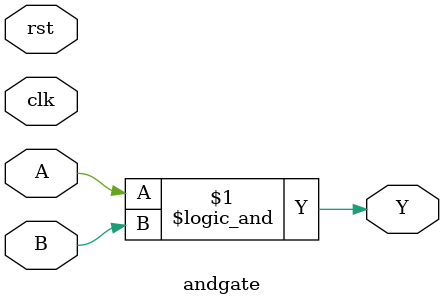
<source format=sv>
module andgate(
  input A,
  input B,
  output Y,
  input clk,
  input rst);

  assign Y = A&&B;

endmodule:andgate 

</source>
